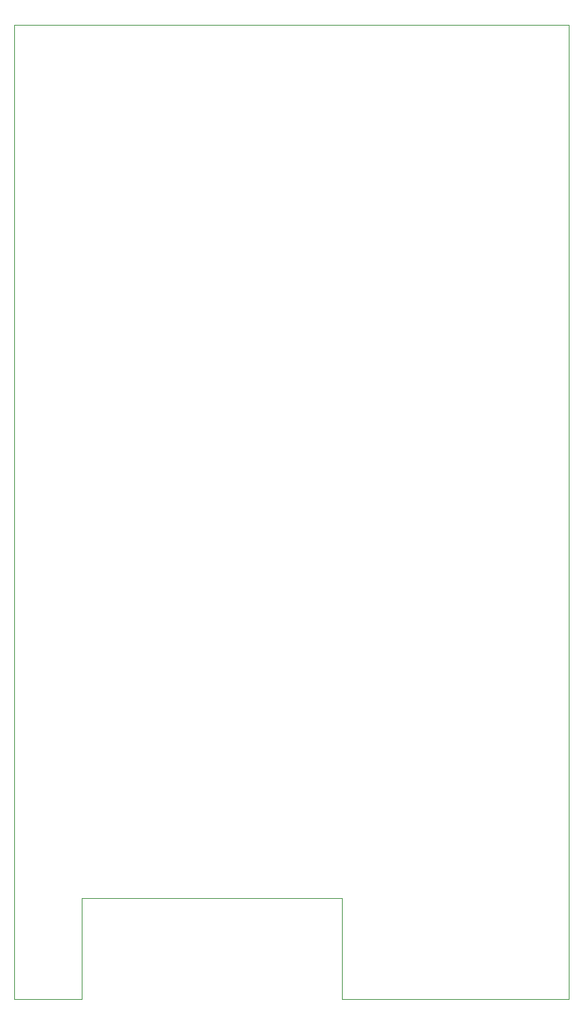
<source format=gbr>
%TF.GenerationSoftware,KiCad,Pcbnew,5.1.10-88a1d61d58~90~ubuntu20.04.1*%
%TF.CreationDate,2021-08-12T11:26:50-04:00*%
%TF.ProjectId,ao_audio_mixer,616f5f61-7564-4696-9f5f-6d697865722e,rev?*%
%TF.SameCoordinates,Original*%
%TF.FileFunction,Profile,NP*%
%FSLAX46Y46*%
G04 Gerber Fmt 4.6, Leading zero omitted, Abs format (unit mm)*
G04 Created by KiCad (PCBNEW 5.1.10-88a1d61d58~90~ubuntu20.04.1) date 2021-08-12 11:26:50*
%MOMM*%
%LPD*%
G01*
G04 APERTURE LIST*
%TA.AperFunction,Profile*%
%ADD10C,0.100000*%
%TD*%
G04 APERTURE END LIST*
D10*
X96000000Y-140000000D02*
X96000000Y-152000000D01*
X65000000Y-140000000D02*
X96000000Y-140000000D01*
X65000000Y-152000000D02*
X65000000Y-140000000D01*
X57000000Y-152000000D02*
X57000000Y-36000000D01*
X57000000Y-152000000D02*
X65000000Y-152000000D01*
X123000000Y-152000000D02*
X96000000Y-152000000D01*
X123000000Y-36000000D02*
X123000000Y-152000000D01*
X57000000Y-36000000D02*
X123000000Y-36000000D01*
M02*

</source>
